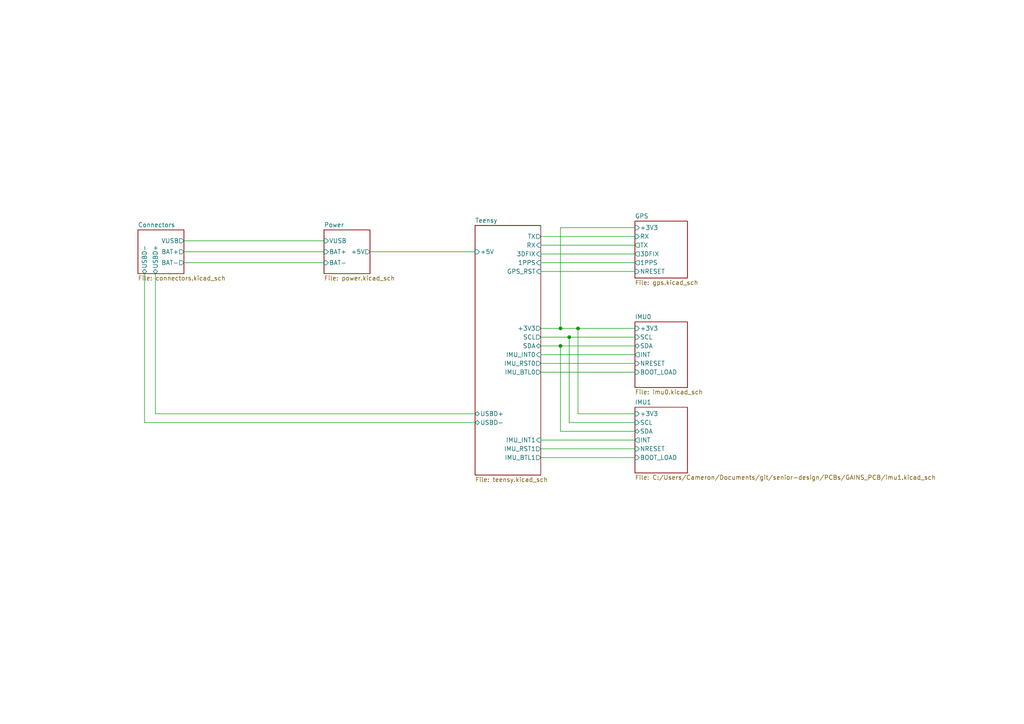
<source format=kicad_sch>
(kicad_sch (version 20230121) (generator eeschema)
  (paper "A4")
  (title_block (title "G.A.I.N.S.") (date "2024-01-30") (rev "1") (company "Purdue University") (comment 1 "Team 19") (comment 2 "Owner: Cameron"))
  (lib_symbols)
  (junction (at 162.56 100.33))
  (junction (at 165.1 97.79))
  (junction (at 162.56 95.25))
  (junction (at 167.64 95.25))
  (wire (pts (xy 137.795 122.555) (xy 41.91 122.555)))
  (wire (pts (xy 184.15 66.04) (xy 162.56 66.04)))
  (wire (pts (xy 156.845 76.2) (xy 184.15 76.2)))
  (wire (pts (xy 162.56 66.04) (xy 162.56 95.25)))
  (wire (pts (xy 162.56 95.25) (xy 167.64 95.25)))
  (wire (pts (xy 156.845 127.635) (xy 184.15 127.635)))
  (wire (pts (xy 107.315 73.025) (xy 137.795 73.025)))
  (wire (pts (xy 156.845 95.25) (xy 162.56 95.25)))
  (wire (pts (xy 156.845 130.175) (xy 184.15 130.175)))
  (wire (pts (xy 156.845 132.715) (xy 184.15 132.715)))
  (wire (pts (xy 53.34 76.2) (xy 93.98 76.2)))
  (wire (pts (xy 41.91 122.555) (xy 41.91 79.375)))
  (wire (pts (xy 162.56 125.095) (xy 162.56 100.33)))
  (wire (pts (xy 184.15 120.015) (xy 167.64 120.015)))
  (wire (pts (xy 167.64 95.25) (xy 184.15 95.25)))
  (wire (pts (xy 156.845 71.12) (xy 184.15 71.12)))
  (wire (pts (xy 137.795 120.015) (xy 45.085 120.015)))
  (wire (pts (xy 184.15 122.555) (xy 165.1 122.555)))
  (wire (pts (xy 156.845 100.33) (xy 162.56 100.33)))
  (wire (pts (xy 53.34 69.85) (xy 93.98 69.85)))
  (wire (pts (xy 156.845 105.41) (xy 184.15 105.41)))
  (wire (pts (xy 156.845 102.87) (xy 184.15 102.87)))
  (wire (pts (xy 156.845 73.66) (xy 184.15 73.66)))
  (wire (pts (xy 156.845 68.58) (xy 184.15 68.58)))
  (wire (pts (xy 45.085 79.375) (xy 45.085 120.015)))
  (wire (pts (xy 53.34 73.025) (xy 93.98 73.025)))
  (wire (pts (xy 156.845 78.74) (xy 184.15 78.74)))
  (wire (pts (xy 165.1 97.79) (xy 184.15 97.79)))
  (wire (pts (xy 156.845 107.95) (xy 184.15 107.95)))
  (wire (pts (xy 184.15 125.095) (xy 162.56 125.095)))
  (wire (pts (xy 167.64 95.25) (xy 167.64 120.015)))
  (wire (pts (xy 162.56 100.33) (xy 184.15 100.33)))
  (wire (pts (xy 156.845 97.79) (xy 165.1 97.79)))
  (wire (pts (xy 165.1 122.555) (xy 165.1 97.79)))
  (sheet (at 184.15 64.135) (size 15.24 16.51) (stroke (width 0.1524))
    (property "Sheetname" "GPS" (at 184.15 63.4234 0) (effects (justify left bottom)))
    (property "Sheetfile" "gps.kicad_sch" (at 184.15 81.2296 0) (effects (justify left top)))
    (pin "+3V3" input (at 184.15 66.04 180))
    (pin "RX" input (at 184.15 68.58 180))
    (pin "TX" output (at 184.15 71.12 180))
    (pin "3DFIX" output (at 184.15 73.66 180))
    (pin "1PPS" output (at 184.15 76.2 180))
    (pin "NRESET" input (at 184.15 78.74 180))
  )
  (sheet (at 40.005 66.675) (size 13.335 12.7) (stroke (width 0.1524))
    (property "Sheetname" "Connectors" (at 40.005 65.9634 0) (effects (justify left bottom)))
    (property "Sheetfile" "connectors.kicad_sch" (at 40.005 79.9596 0) (effects (justify left top)))
    (pin "VUSB" output (at 53.34 69.85 0))
    (pin "BAT-" output (at 53.34 76.2 0))
    (pin "BAT+" output (at 53.34 73.025 0))
    (pin "USBD+" bidirectional (at 45.085 79.375 270))
    (pin "USBD-" bidirectional (at 41.91 79.375 270))
  )
  (sheet (at 93.98 66.675) (size 13.335 12.7) (stroke (width 0.1524))
    (property "Sheetname" "Power" (at 93.98 65.9634 0) (effects (justify left bottom)))
    (property "Sheetfile" "power.kicad_sch" (at 93.98 79.9596 0) (effects (justify left top)))
    (pin "VUSB" input (at 93.98 69.85 180))
    (pin "BAT+" input (at 93.98 73.025 180))
    (pin "+5V" output (at 107.315 73.025 0))
    (pin "BAT-" input (at 93.98 76.2 180))
  )
  (sheet (at 184.15 93.345) (size 15.24 19.05) (stroke (width 0.1524))
    (property "Sheetname" "IMU0" (at 184.15 92.6334 0) (effects (justify left bottom)))
    (property "Sheetfile" "imu0.kicad_sch" (at 184.15 112.9796 0) (effects (justify left top)))
    (pin "+3V3" input (at 184.15 95.25 180))
    (pin "SCL" input (at 184.15 97.79 180))
    (pin "SDA" bidirectional (at 184.15 100.33 180))
    (pin "INT" output (at 184.15 102.87 180))
    (pin "NRESET" input (at 184.15 105.41 180))
    (pin "BOOT_LOAD" input (at 184.15 107.95 180))
  )
  (sheet (at 184.15 118.11) (size 15.24 19.05) (stroke (width 0.1524))
    (property "Sheetname" "IMU1" (at 184.15 117.3984 0) (effects (justify left bottom)))
    (property "Sheetfile" "C:/Users/Cameron/Documents/git/senior-design/PCBs/GAINS_PCB/imu1.kicad_sch" (at 184.15 137.7446 0) (effects (justify left top)))
    (pin "+3V3" input (at 184.15 120.015 180))
    (pin "SCL" input (at 184.15 122.555 180))
    (pin "SDA" bidirectional (at 184.15 125.095 180))
    (pin "INT" output (at 184.15 127.635 180))
    (pin "NRESET" input (at 184.15 130.175 180))
    (pin "BOOT_LOAD" input (at 184.15 132.715 180))
  )
  (sheet (at 137.795 65.405) (size 19.05 72.39) (stroke (width 0.1524))
    (property "Sheetname" "Teensy" (at 137.795 64.6934 0) (effects (justify left bottom)))
    (property "Sheetfile" "teensy.kicad_sch" (at 137.795 138.3796 0) (effects (justify left top)))
    (pin "+5V" input (at 137.795 73.025 180))
    (pin "SCL" output (at 156.845 97.79 0))
    (pin "TX" output (at 156.845 68.58 0))
    (pin "SDA" bidirectional (at 156.845 100.33 0))
    (pin "RX" input (at 156.845 71.12 0))
    (pin "+3V3" output (at 156.845 95.25 0))
    (pin "IMU_RST0" output (at 156.845 105.41 0))
    (pin "IMU_BTL0" output (at 156.845 107.95 0))
    (pin "IMU_RST1" output (at 156.845 130.175 0))
    (pin "IMU_INT0" input (at 156.845 102.87 0))
    (pin "IMU_INT1" input (at 156.845 127.635 0))
    (pin "IMU_BTL1" output (at 156.845 132.715 0))
    (pin "1PPS" input (at 156.845 76.2 0))
    (pin "3DFIX" input (at 156.845 73.66 0))
    (pin "GPS_RST" input (at 156.845 78.74 0))
    (pin "USBD-" bidirectional (at 137.795 122.555 180))
    (pin "USBD+" bidirectional (at 137.795 120.015 180))
  )
)
</source>
